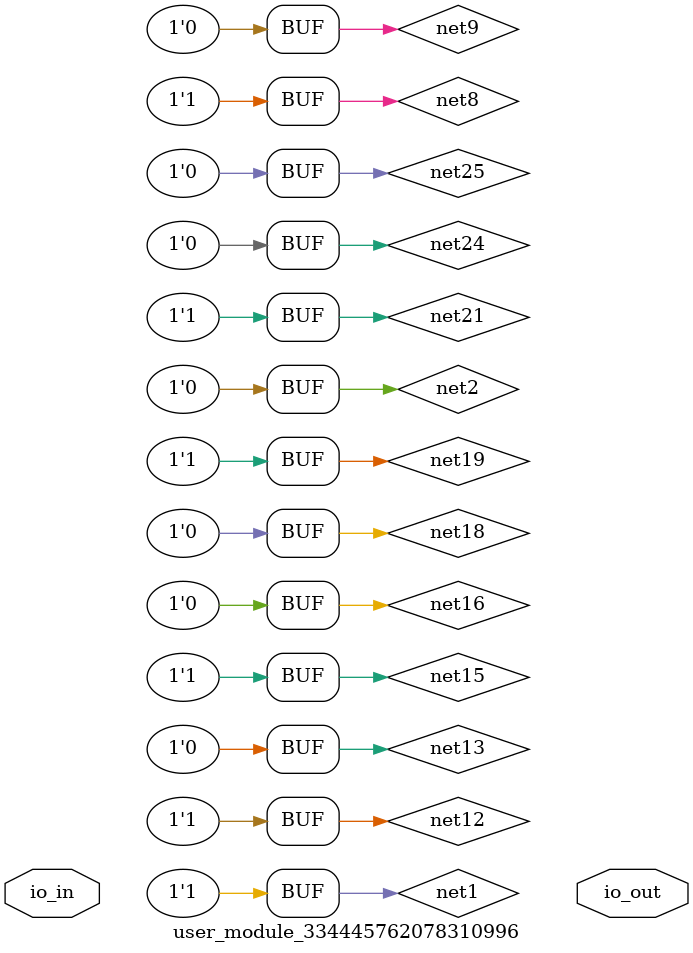
<source format=v>
/* Automatically generated from https://wokwi.com/projects/334445762078310996 */

`default_nettype none

module user_module_334445762078310996(
  input [7:0] io_in,
  output [7:0] io_out
);
  wire net1 = 1'b1;
  wire net2 = 1'b0;
  wire net3;
  wire net4;
  wire net5;
  wire net6;
  wire net7;
  wire net8 = 1'b1;
  wire net9 = 1'b0;
  wire net10;
  wire net11;
  wire net12 = 1'b1;
  wire net13 = 1'b0;
  wire net14;
  wire net15 = 1'b1;
  wire net16 = 1'b0;
  wire net17;
  wire net18 = 1'b0;
  wire net19 = 1'b1;
  wire net20;
  wire net21 = 1'b1;
  wire net22;
  wire net23;
  wire net24 = 1'b0;
  wire net25 = 1'b0;

  and_cell gate1 (
    .a (net3)
  );
  or_cell gate2 (

  );
  xor_cell gate3 (

  );
  nand_cell gate4 (
    .a (net4),
    .b (net5),
    .out (net6)
  );
  not_cell gate5 (
    .in (net7),
    .out (net5)
  );
  mux_cell mux1 (
    .a (net8),
    .b (net9),
    .sel (net10),
    .out (net11)
  );
  dff_cell flipflop1 (

  );
  mux_cell mux2 (
    .a (net12),
    .b (net13),
    .sel (net10),
    .out (net14)
  );
  mux_cell mux3 (
    .a (net15),
    .b (net16),
    .sel (net10),
    .out (net17)
  );
  mux_cell mux4 (
    .a (net18),
    .b (net19),
    .sel (net10),
    .out (net20)
  );
  and_cell gate7 (
    .a (net22),
    .b (net23),
    .out (net4)
  );
endmodule

</source>
